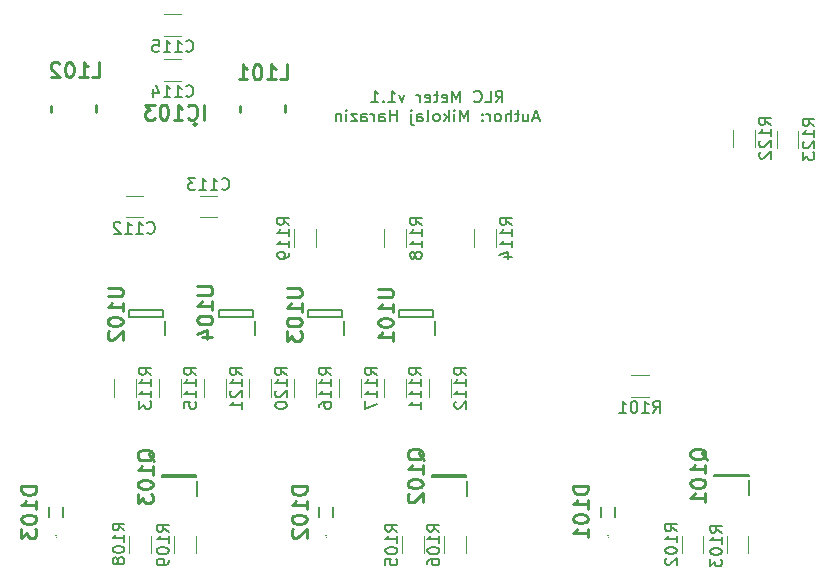
<source format=gbr>
%TF.GenerationSoftware,KiCad,Pcbnew,(6.0.7)*%
%TF.CreationDate,2023-04-19T21:38:57+02:00*%
%TF.ProjectId,rlc_meter,726c635f-6d65-4746-9572-2e6b69636164,rev?*%
%TF.SameCoordinates,Original*%
%TF.FileFunction,Legend,Bot*%
%TF.FilePolarity,Positive*%
%FSLAX46Y46*%
G04 Gerber Fmt 4.6, Leading zero omitted, Abs format (unit mm)*
G04 Created by KiCad (PCBNEW (6.0.7)) date 2023-04-19 21:38:57*
%MOMM*%
%LPD*%
G01*
G04 APERTURE LIST*
%ADD10C,0.150000*%
%ADD11C,0.254000*%
%ADD12C,0.250000*%
%ADD13C,0.100000*%
%ADD14C,0.200000*%
%ADD15C,0.120000*%
G04 APERTURE END LIST*
D10*
X143652380Y-100722380D02*
X143985714Y-100246190D01*
X144223809Y-100722380D02*
X144223809Y-99722380D01*
X143842857Y-99722380D01*
X143747619Y-99770000D01*
X143700000Y-99817619D01*
X143652380Y-99912857D01*
X143652380Y-100055714D01*
X143700000Y-100150952D01*
X143747619Y-100198571D01*
X143842857Y-100246190D01*
X144223809Y-100246190D01*
X142747619Y-100722380D02*
X143223809Y-100722380D01*
X143223809Y-99722380D01*
X141842857Y-100627142D02*
X141890476Y-100674761D01*
X142033333Y-100722380D01*
X142128571Y-100722380D01*
X142271428Y-100674761D01*
X142366666Y-100579523D01*
X142414285Y-100484285D01*
X142461904Y-100293809D01*
X142461904Y-100150952D01*
X142414285Y-99960476D01*
X142366666Y-99865238D01*
X142271428Y-99770000D01*
X142128571Y-99722380D01*
X142033333Y-99722380D01*
X141890476Y-99770000D01*
X141842857Y-99817619D01*
X140652380Y-100722380D02*
X140652380Y-99722380D01*
X140319047Y-100436666D01*
X139985714Y-99722380D01*
X139985714Y-100722380D01*
X139128571Y-100674761D02*
X139223809Y-100722380D01*
X139414285Y-100722380D01*
X139509523Y-100674761D01*
X139557142Y-100579523D01*
X139557142Y-100198571D01*
X139509523Y-100103333D01*
X139414285Y-100055714D01*
X139223809Y-100055714D01*
X139128571Y-100103333D01*
X139080952Y-100198571D01*
X139080952Y-100293809D01*
X139557142Y-100389047D01*
X138795238Y-100055714D02*
X138414285Y-100055714D01*
X138652380Y-99722380D02*
X138652380Y-100579523D01*
X138604761Y-100674761D01*
X138509523Y-100722380D01*
X138414285Y-100722380D01*
X137700000Y-100674761D02*
X137795238Y-100722380D01*
X137985714Y-100722380D01*
X138080952Y-100674761D01*
X138128571Y-100579523D01*
X138128571Y-100198571D01*
X138080952Y-100103333D01*
X137985714Y-100055714D01*
X137795238Y-100055714D01*
X137700000Y-100103333D01*
X137652380Y-100198571D01*
X137652380Y-100293809D01*
X138128571Y-100389047D01*
X137223809Y-100722380D02*
X137223809Y-100055714D01*
X137223809Y-100246190D02*
X137176190Y-100150952D01*
X137128571Y-100103333D01*
X137033333Y-100055714D01*
X136938095Y-100055714D01*
X135938095Y-100055714D02*
X135700000Y-100722380D01*
X135461904Y-100055714D01*
X134557142Y-100722380D02*
X135128571Y-100722380D01*
X134842857Y-100722380D02*
X134842857Y-99722380D01*
X134938095Y-99865238D01*
X135033333Y-99960476D01*
X135128571Y-100008095D01*
X134128571Y-100627142D02*
X134080952Y-100674761D01*
X134128571Y-100722380D01*
X134176190Y-100674761D01*
X134128571Y-100627142D01*
X134128571Y-100722380D01*
X133128571Y-100722380D02*
X133700000Y-100722380D01*
X133414285Y-100722380D02*
X133414285Y-99722380D01*
X133509523Y-99865238D01*
X133604761Y-99960476D01*
X133700000Y-100008095D01*
X147342857Y-102046666D02*
X146866666Y-102046666D01*
X147438095Y-102332380D02*
X147104761Y-101332380D01*
X146771428Y-102332380D01*
X146009523Y-101665714D02*
X146009523Y-102332380D01*
X146438095Y-101665714D02*
X146438095Y-102189523D01*
X146390476Y-102284761D01*
X146295238Y-102332380D01*
X146152380Y-102332380D01*
X146057142Y-102284761D01*
X146009523Y-102237142D01*
X145676190Y-101665714D02*
X145295238Y-101665714D01*
X145533333Y-101332380D02*
X145533333Y-102189523D01*
X145485714Y-102284761D01*
X145390476Y-102332380D01*
X145295238Y-102332380D01*
X144961904Y-102332380D02*
X144961904Y-101332380D01*
X144533333Y-102332380D02*
X144533333Y-101808571D01*
X144580952Y-101713333D01*
X144676190Y-101665714D01*
X144819047Y-101665714D01*
X144914285Y-101713333D01*
X144961904Y-101760952D01*
X143914285Y-102332380D02*
X144009523Y-102284761D01*
X144057142Y-102237142D01*
X144104761Y-102141904D01*
X144104761Y-101856190D01*
X144057142Y-101760952D01*
X144009523Y-101713333D01*
X143914285Y-101665714D01*
X143771428Y-101665714D01*
X143676190Y-101713333D01*
X143628571Y-101760952D01*
X143580952Y-101856190D01*
X143580952Y-102141904D01*
X143628571Y-102237142D01*
X143676190Y-102284761D01*
X143771428Y-102332380D01*
X143914285Y-102332380D01*
X143152380Y-102332380D02*
X143152380Y-101665714D01*
X143152380Y-101856190D02*
X143104761Y-101760952D01*
X143057142Y-101713333D01*
X142961904Y-101665714D01*
X142866666Y-101665714D01*
X142533333Y-102237142D02*
X142485714Y-102284761D01*
X142533333Y-102332380D01*
X142580952Y-102284761D01*
X142533333Y-102237142D01*
X142533333Y-102332380D01*
X142533333Y-101713333D02*
X142485714Y-101760952D01*
X142533333Y-101808571D01*
X142580952Y-101760952D01*
X142533333Y-101713333D01*
X142533333Y-101808571D01*
X141295238Y-102332380D02*
X141295238Y-101332380D01*
X140961904Y-102046666D01*
X140628571Y-101332380D01*
X140628571Y-102332380D01*
X140152380Y-102332380D02*
X140152380Y-101665714D01*
X140152380Y-101332380D02*
X140200000Y-101380000D01*
X140152380Y-101427619D01*
X140104761Y-101380000D01*
X140152380Y-101332380D01*
X140152380Y-101427619D01*
X139676190Y-102332380D02*
X139676190Y-101332380D01*
X139580952Y-101951428D02*
X139295238Y-102332380D01*
X139295238Y-101665714D02*
X139676190Y-102046666D01*
X138723809Y-102332380D02*
X138819047Y-102284761D01*
X138866666Y-102237142D01*
X138914285Y-102141904D01*
X138914285Y-101856190D01*
X138866666Y-101760952D01*
X138819047Y-101713333D01*
X138723809Y-101665714D01*
X138580952Y-101665714D01*
X138485714Y-101713333D01*
X138438095Y-101760952D01*
X138390476Y-101856190D01*
X138390476Y-102141904D01*
X138438095Y-102237142D01*
X138485714Y-102284761D01*
X138580952Y-102332380D01*
X138723809Y-102332380D01*
X137819047Y-102332380D02*
X137914285Y-102284761D01*
X137961904Y-102189523D01*
X137961904Y-101332380D01*
X137009523Y-102332380D02*
X137009523Y-101808571D01*
X137057142Y-101713333D01*
X137152380Y-101665714D01*
X137342857Y-101665714D01*
X137438095Y-101713333D01*
X137009523Y-102284761D02*
X137104761Y-102332380D01*
X137342857Y-102332380D01*
X137438095Y-102284761D01*
X137485714Y-102189523D01*
X137485714Y-102094285D01*
X137438095Y-101999047D01*
X137342857Y-101951428D01*
X137104761Y-101951428D01*
X137009523Y-101903809D01*
X136533333Y-101665714D02*
X136533333Y-102522857D01*
X136580952Y-102618095D01*
X136676190Y-102665714D01*
X136723809Y-102665714D01*
X136533333Y-101332380D02*
X136580952Y-101380000D01*
X136533333Y-101427619D01*
X136485714Y-101380000D01*
X136533333Y-101332380D01*
X136533333Y-101427619D01*
X135295238Y-102332380D02*
X135295238Y-101332380D01*
X135295238Y-101808571D02*
X134723809Y-101808571D01*
X134723809Y-102332380D02*
X134723809Y-101332380D01*
X133819047Y-102332380D02*
X133819047Y-101808571D01*
X133866666Y-101713333D01*
X133961904Y-101665714D01*
X134152380Y-101665714D01*
X134247619Y-101713333D01*
X133819047Y-102284761D02*
X133914285Y-102332380D01*
X134152380Y-102332380D01*
X134247619Y-102284761D01*
X134295238Y-102189523D01*
X134295238Y-102094285D01*
X134247619Y-101999047D01*
X134152380Y-101951428D01*
X133914285Y-101951428D01*
X133819047Y-101903809D01*
X133342857Y-102332380D02*
X133342857Y-101665714D01*
X133342857Y-101856190D02*
X133295238Y-101760952D01*
X133247619Y-101713333D01*
X133152380Y-101665714D01*
X133057142Y-101665714D01*
X132295238Y-102332380D02*
X132295238Y-101808571D01*
X132342857Y-101713333D01*
X132438095Y-101665714D01*
X132628571Y-101665714D01*
X132723809Y-101713333D01*
X132295238Y-102284761D02*
X132390476Y-102332380D01*
X132628571Y-102332380D01*
X132723809Y-102284761D01*
X132771428Y-102189523D01*
X132771428Y-102094285D01*
X132723809Y-101999047D01*
X132628571Y-101951428D01*
X132390476Y-101951428D01*
X132295238Y-101903809D01*
X131914285Y-101665714D02*
X131390476Y-101665714D01*
X131914285Y-102332380D01*
X131390476Y-102332380D01*
X131009523Y-102332380D02*
X131009523Y-101665714D01*
X131009523Y-101332380D02*
X131057142Y-101380000D01*
X131009523Y-101427619D01*
X130961904Y-101380000D01*
X131009523Y-101332380D01*
X131009523Y-101427619D01*
X130533333Y-101665714D02*
X130533333Y-102332380D01*
X130533333Y-101760952D02*
X130485714Y-101713333D01*
X130390476Y-101665714D01*
X130247619Y-101665714D01*
X130152380Y-101713333D01*
X130104761Y-101808571D01*
X130104761Y-102332380D01*
D11*
%TO.C,IC103*%
X118949285Y-102174523D02*
X118949285Y-100904523D01*
X117618809Y-102053571D02*
X117679285Y-102114047D01*
X117860714Y-102174523D01*
X117981666Y-102174523D01*
X118163095Y-102114047D01*
X118284047Y-101993095D01*
X118344523Y-101872142D01*
X118405000Y-101630238D01*
X118405000Y-101448809D01*
X118344523Y-101206904D01*
X118284047Y-101085952D01*
X118163095Y-100965000D01*
X117981666Y-100904523D01*
X117860714Y-100904523D01*
X117679285Y-100965000D01*
X117618809Y-101025476D01*
X116409285Y-102174523D02*
X117135000Y-102174523D01*
X116772142Y-102174523D02*
X116772142Y-100904523D01*
X116893095Y-101085952D01*
X117014047Y-101206904D01*
X117135000Y-101267380D01*
X115623095Y-100904523D02*
X115502142Y-100904523D01*
X115381190Y-100965000D01*
X115320714Y-101025476D01*
X115260238Y-101146428D01*
X115199761Y-101388333D01*
X115199761Y-101690714D01*
X115260238Y-101932619D01*
X115320714Y-102053571D01*
X115381190Y-102114047D01*
X115502142Y-102174523D01*
X115623095Y-102174523D01*
X115744047Y-102114047D01*
X115804523Y-102053571D01*
X115865000Y-101932619D01*
X115925476Y-101690714D01*
X115925476Y-101388333D01*
X115865000Y-101146428D01*
X115804523Y-101025476D01*
X115744047Y-100965000D01*
X115623095Y-100904523D01*
X114776428Y-100904523D02*
X113990238Y-100904523D01*
X114413571Y-101388333D01*
X114232142Y-101388333D01*
X114111190Y-101448809D01*
X114050714Y-101509285D01*
X113990238Y-101630238D01*
X113990238Y-101932619D01*
X114050714Y-102053571D01*
X114111190Y-102114047D01*
X114232142Y-102174523D01*
X114595000Y-102174523D01*
X114715952Y-102114047D01*
X114776428Y-102053571D01*
%TO.C,D103*%
X104774523Y-133235095D02*
X103504523Y-133235095D01*
X103504523Y-133537476D01*
X103565000Y-133718904D01*
X103685952Y-133839857D01*
X103806904Y-133900333D01*
X104048809Y-133960809D01*
X104230238Y-133960809D01*
X104472142Y-133900333D01*
X104593095Y-133839857D01*
X104714047Y-133718904D01*
X104774523Y-133537476D01*
X104774523Y-133235095D01*
X104774523Y-135170333D02*
X104774523Y-134444619D01*
X104774523Y-134807476D02*
X103504523Y-134807476D01*
X103685952Y-134686523D01*
X103806904Y-134565571D01*
X103867380Y-134444619D01*
X103504523Y-135956523D02*
X103504523Y-136077476D01*
X103565000Y-136198428D01*
X103625476Y-136258904D01*
X103746428Y-136319380D01*
X103988333Y-136379857D01*
X104290714Y-136379857D01*
X104532619Y-136319380D01*
X104653571Y-136258904D01*
X104714047Y-136198428D01*
X104774523Y-136077476D01*
X104774523Y-135956523D01*
X104714047Y-135835571D01*
X104653571Y-135775095D01*
X104532619Y-135714619D01*
X104290714Y-135654142D01*
X103988333Y-135654142D01*
X103746428Y-135714619D01*
X103625476Y-135775095D01*
X103565000Y-135835571D01*
X103504523Y-135956523D01*
X103504523Y-136803190D02*
X103504523Y-137589380D01*
X103988333Y-137166047D01*
X103988333Y-137347476D01*
X104048809Y-137468428D01*
X104109285Y-137528904D01*
X104230238Y-137589380D01*
X104532619Y-137589380D01*
X104653571Y-137528904D01*
X104714047Y-137468428D01*
X104774523Y-137347476D01*
X104774523Y-136984619D01*
X104714047Y-136863666D01*
X104653571Y-136803190D01*
%TO.C,D102*%
X127649523Y-133235095D02*
X126379523Y-133235095D01*
X126379523Y-133537476D01*
X126440000Y-133718904D01*
X126560952Y-133839857D01*
X126681904Y-133900333D01*
X126923809Y-133960809D01*
X127105238Y-133960809D01*
X127347142Y-133900333D01*
X127468095Y-133839857D01*
X127589047Y-133718904D01*
X127649523Y-133537476D01*
X127649523Y-133235095D01*
X127649523Y-135170333D02*
X127649523Y-134444619D01*
X127649523Y-134807476D02*
X126379523Y-134807476D01*
X126560952Y-134686523D01*
X126681904Y-134565571D01*
X126742380Y-134444619D01*
X126379523Y-135956523D02*
X126379523Y-136077476D01*
X126440000Y-136198428D01*
X126500476Y-136258904D01*
X126621428Y-136319380D01*
X126863333Y-136379857D01*
X127165714Y-136379857D01*
X127407619Y-136319380D01*
X127528571Y-136258904D01*
X127589047Y-136198428D01*
X127649523Y-136077476D01*
X127649523Y-135956523D01*
X127589047Y-135835571D01*
X127528571Y-135775095D01*
X127407619Y-135714619D01*
X127165714Y-135654142D01*
X126863333Y-135654142D01*
X126621428Y-135714619D01*
X126500476Y-135775095D01*
X126440000Y-135835571D01*
X126379523Y-135956523D01*
X126500476Y-136863666D02*
X126440000Y-136924142D01*
X126379523Y-137045095D01*
X126379523Y-137347476D01*
X126440000Y-137468428D01*
X126500476Y-137528904D01*
X126621428Y-137589380D01*
X126742380Y-137589380D01*
X126923809Y-137528904D01*
X127649523Y-136803190D01*
X127649523Y-137589380D01*
%TO.C,D101*%
X151474523Y-133178095D02*
X150204523Y-133178095D01*
X150204523Y-133480476D01*
X150265000Y-133661904D01*
X150385952Y-133782857D01*
X150506904Y-133843333D01*
X150748809Y-133903809D01*
X150930238Y-133903809D01*
X151172142Y-133843333D01*
X151293095Y-133782857D01*
X151414047Y-133661904D01*
X151474523Y-133480476D01*
X151474523Y-133178095D01*
X151474523Y-135113333D02*
X151474523Y-134387619D01*
X151474523Y-134750476D02*
X150204523Y-134750476D01*
X150385952Y-134629523D01*
X150506904Y-134508571D01*
X150567380Y-134387619D01*
X150204523Y-135899523D02*
X150204523Y-136020476D01*
X150265000Y-136141428D01*
X150325476Y-136201904D01*
X150446428Y-136262380D01*
X150688333Y-136322857D01*
X150990714Y-136322857D01*
X151232619Y-136262380D01*
X151353571Y-136201904D01*
X151414047Y-136141428D01*
X151474523Y-136020476D01*
X151474523Y-135899523D01*
X151414047Y-135778571D01*
X151353571Y-135718095D01*
X151232619Y-135657619D01*
X150990714Y-135597142D01*
X150688333Y-135597142D01*
X150446428Y-135657619D01*
X150325476Y-135718095D01*
X150265000Y-135778571D01*
X150204523Y-135899523D01*
X151474523Y-137532380D02*
X151474523Y-136806666D01*
X151474523Y-137169523D02*
X150204523Y-137169523D01*
X150385952Y-137048571D01*
X150506904Y-136927619D01*
X150567380Y-136806666D01*
D10*
%TO.C,R120*%
X125973880Y-123783952D02*
X125497690Y-123450619D01*
X125973880Y-123212523D02*
X124973880Y-123212523D01*
X124973880Y-123593476D01*
X125021500Y-123688714D01*
X125069119Y-123736333D01*
X125164357Y-123783952D01*
X125307214Y-123783952D01*
X125402452Y-123736333D01*
X125450071Y-123688714D01*
X125497690Y-123593476D01*
X125497690Y-123212523D01*
X125973880Y-124736333D02*
X125973880Y-124164904D01*
X125973880Y-124450619D02*
X124973880Y-124450619D01*
X125116738Y-124355380D01*
X125211976Y-124260142D01*
X125259595Y-124164904D01*
X125069119Y-125117285D02*
X125021500Y-125164904D01*
X124973880Y-125260142D01*
X124973880Y-125498238D01*
X125021500Y-125593476D01*
X125069119Y-125641095D01*
X125164357Y-125688714D01*
X125259595Y-125688714D01*
X125402452Y-125641095D01*
X125973880Y-125069666D01*
X125973880Y-125688714D01*
X124973880Y-126307761D02*
X124973880Y-126403000D01*
X125021500Y-126498238D01*
X125069119Y-126545857D01*
X125164357Y-126593476D01*
X125354833Y-126641095D01*
X125592928Y-126641095D01*
X125783404Y-126593476D01*
X125878642Y-126545857D01*
X125926261Y-126498238D01*
X125973880Y-126403000D01*
X125973880Y-126307761D01*
X125926261Y-126212523D01*
X125878642Y-126164904D01*
X125783404Y-126117285D01*
X125592928Y-126069666D01*
X125354833Y-126069666D01*
X125164357Y-126117285D01*
X125069119Y-126164904D01*
X125021500Y-126212523D01*
X124973880Y-126307761D01*
%TO.C,R102*%
X159009380Y-137022952D02*
X158533190Y-136689619D01*
X159009380Y-136451523D02*
X158009380Y-136451523D01*
X158009380Y-136832476D01*
X158057000Y-136927714D01*
X158104619Y-136975333D01*
X158199857Y-137022952D01*
X158342714Y-137022952D01*
X158437952Y-136975333D01*
X158485571Y-136927714D01*
X158533190Y-136832476D01*
X158533190Y-136451523D01*
X159009380Y-137975333D02*
X159009380Y-137403904D01*
X159009380Y-137689619D02*
X158009380Y-137689619D01*
X158152238Y-137594380D01*
X158247476Y-137499142D01*
X158295095Y-137403904D01*
X158009380Y-138594380D02*
X158009380Y-138689619D01*
X158057000Y-138784857D01*
X158104619Y-138832476D01*
X158199857Y-138880095D01*
X158390333Y-138927714D01*
X158628428Y-138927714D01*
X158818904Y-138880095D01*
X158914142Y-138832476D01*
X158961761Y-138784857D01*
X159009380Y-138689619D01*
X159009380Y-138594380D01*
X158961761Y-138499142D01*
X158914142Y-138451523D01*
X158818904Y-138403904D01*
X158628428Y-138356285D01*
X158390333Y-138356285D01*
X158199857Y-138403904D01*
X158104619Y-138451523D01*
X158057000Y-138499142D01*
X158009380Y-138594380D01*
X158104619Y-139308666D02*
X158057000Y-139356285D01*
X158009380Y-139451523D01*
X158009380Y-139689619D01*
X158057000Y-139784857D01*
X158104619Y-139832476D01*
X158199857Y-139880095D01*
X158295095Y-139880095D01*
X158437952Y-139832476D01*
X159009380Y-139261047D01*
X159009380Y-139880095D01*
%TO.C,R117*%
X133593880Y-123783952D02*
X133117690Y-123450619D01*
X133593880Y-123212523D02*
X132593880Y-123212523D01*
X132593880Y-123593476D01*
X132641500Y-123688714D01*
X132689119Y-123736333D01*
X132784357Y-123783952D01*
X132927214Y-123783952D01*
X133022452Y-123736333D01*
X133070071Y-123688714D01*
X133117690Y-123593476D01*
X133117690Y-123212523D01*
X133593880Y-124736333D02*
X133593880Y-124164904D01*
X133593880Y-124450619D02*
X132593880Y-124450619D01*
X132736738Y-124355380D01*
X132831976Y-124260142D01*
X132879595Y-124164904D01*
X133593880Y-125688714D02*
X133593880Y-125117285D01*
X133593880Y-125403000D02*
X132593880Y-125403000D01*
X132736738Y-125307761D01*
X132831976Y-125212523D01*
X132879595Y-125117285D01*
X132593880Y-126022047D02*
X132593880Y-126688714D01*
X133593880Y-126260142D01*
%TO.C,C113*%
X120469047Y-108032142D02*
X120516666Y-108079761D01*
X120659523Y-108127380D01*
X120754761Y-108127380D01*
X120897619Y-108079761D01*
X120992857Y-107984523D01*
X121040476Y-107889285D01*
X121088095Y-107698809D01*
X121088095Y-107555952D01*
X121040476Y-107365476D01*
X120992857Y-107270238D01*
X120897619Y-107175000D01*
X120754761Y-107127380D01*
X120659523Y-107127380D01*
X120516666Y-107175000D01*
X120469047Y-107222619D01*
X119516666Y-108127380D02*
X120088095Y-108127380D01*
X119802380Y-108127380D02*
X119802380Y-107127380D01*
X119897619Y-107270238D01*
X119992857Y-107365476D01*
X120088095Y-107413095D01*
X118564285Y-108127380D02*
X119135714Y-108127380D01*
X118850000Y-108127380D02*
X118850000Y-107127380D01*
X118945238Y-107270238D01*
X119040476Y-107365476D01*
X119135714Y-107413095D01*
X118230952Y-107127380D02*
X117611904Y-107127380D01*
X117945238Y-107508333D01*
X117802380Y-107508333D01*
X117707142Y-107555952D01*
X117659523Y-107603571D01*
X117611904Y-107698809D01*
X117611904Y-107936904D01*
X117659523Y-108032142D01*
X117707142Y-108079761D01*
X117802380Y-108127380D01*
X118088095Y-108127380D01*
X118183333Y-108079761D01*
X118230952Y-108032142D01*
%TO.C,C114*%
X117451047Y-100164142D02*
X117498666Y-100211761D01*
X117641523Y-100259380D01*
X117736761Y-100259380D01*
X117879619Y-100211761D01*
X117974857Y-100116523D01*
X118022476Y-100021285D01*
X118070095Y-99830809D01*
X118070095Y-99687952D01*
X118022476Y-99497476D01*
X117974857Y-99402238D01*
X117879619Y-99307000D01*
X117736761Y-99259380D01*
X117641523Y-99259380D01*
X117498666Y-99307000D01*
X117451047Y-99354619D01*
X116498666Y-100259380D02*
X117070095Y-100259380D01*
X116784380Y-100259380D02*
X116784380Y-99259380D01*
X116879619Y-99402238D01*
X116974857Y-99497476D01*
X117070095Y-99545095D01*
X115546285Y-100259380D02*
X116117714Y-100259380D01*
X115832000Y-100259380D02*
X115832000Y-99259380D01*
X115927238Y-99402238D01*
X116022476Y-99497476D01*
X116117714Y-99545095D01*
X114689142Y-99592714D02*
X114689142Y-100259380D01*
X114927238Y-99211761D02*
X115165333Y-99926047D01*
X114546285Y-99926047D01*
%TO.C,R103*%
X162819380Y-137132952D02*
X162343190Y-136799619D01*
X162819380Y-136561523D02*
X161819380Y-136561523D01*
X161819380Y-136942476D01*
X161867000Y-137037714D01*
X161914619Y-137085333D01*
X162009857Y-137132952D01*
X162152714Y-137132952D01*
X162247952Y-137085333D01*
X162295571Y-137037714D01*
X162343190Y-136942476D01*
X162343190Y-136561523D01*
X162819380Y-138085333D02*
X162819380Y-137513904D01*
X162819380Y-137799619D02*
X161819380Y-137799619D01*
X161962238Y-137704380D01*
X162057476Y-137609142D01*
X162105095Y-137513904D01*
X161819380Y-138704380D02*
X161819380Y-138799619D01*
X161867000Y-138894857D01*
X161914619Y-138942476D01*
X162009857Y-138990095D01*
X162200333Y-139037714D01*
X162438428Y-139037714D01*
X162628904Y-138990095D01*
X162724142Y-138942476D01*
X162771761Y-138894857D01*
X162819380Y-138799619D01*
X162819380Y-138704380D01*
X162771761Y-138609142D01*
X162724142Y-138561523D01*
X162628904Y-138513904D01*
X162438428Y-138466285D01*
X162200333Y-138466285D01*
X162009857Y-138513904D01*
X161914619Y-138561523D01*
X161867000Y-138609142D01*
X161819380Y-138704380D01*
X161819380Y-139371047D02*
X161819380Y-139990095D01*
X162200333Y-139656761D01*
X162200333Y-139799619D01*
X162247952Y-139894857D01*
X162295571Y-139942476D01*
X162390809Y-139990095D01*
X162628904Y-139990095D01*
X162724142Y-139942476D01*
X162771761Y-139894857D01*
X162819380Y-139799619D01*
X162819380Y-139513904D01*
X162771761Y-139418666D01*
X162724142Y-139371047D01*
%TO.C,R111*%
X137361880Y-123783952D02*
X136885690Y-123450619D01*
X137361880Y-123212523D02*
X136361880Y-123212523D01*
X136361880Y-123593476D01*
X136409500Y-123688714D01*
X136457119Y-123736333D01*
X136552357Y-123783952D01*
X136695214Y-123783952D01*
X136790452Y-123736333D01*
X136838071Y-123688714D01*
X136885690Y-123593476D01*
X136885690Y-123212523D01*
X137361880Y-124736333D02*
X137361880Y-124164904D01*
X137361880Y-124450619D02*
X136361880Y-124450619D01*
X136504738Y-124355380D01*
X136599976Y-124260142D01*
X136647595Y-124164904D01*
X137361880Y-125688714D02*
X137361880Y-125117285D01*
X137361880Y-125403000D02*
X136361880Y-125403000D01*
X136504738Y-125307761D01*
X136599976Y-125212523D01*
X136647595Y-125117285D01*
X137361880Y-126641095D02*
X137361880Y-126069666D01*
X137361880Y-126355380D02*
X136361880Y-126355380D01*
X136504738Y-126260142D01*
X136599976Y-126164904D01*
X136647595Y-126069666D01*
%TO.C,C115*%
X117451047Y-96354142D02*
X117498666Y-96401761D01*
X117641523Y-96449380D01*
X117736761Y-96449380D01*
X117879619Y-96401761D01*
X117974857Y-96306523D01*
X118022476Y-96211285D01*
X118070095Y-96020809D01*
X118070095Y-95877952D01*
X118022476Y-95687476D01*
X117974857Y-95592238D01*
X117879619Y-95497000D01*
X117736761Y-95449380D01*
X117641523Y-95449380D01*
X117498666Y-95497000D01*
X117451047Y-95544619D01*
X116498666Y-96449380D02*
X117070095Y-96449380D01*
X116784380Y-96449380D02*
X116784380Y-95449380D01*
X116879619Y-95592238D01*
X116974857Y-95687476D01*
X117070095Y-95735095D01*
X115546285Y-96449380D02*
X116117714Y-96449380D01*
X115832000Y-96449380D02*
X115832000Y-95449380D01*
X115927238Y-95592238D01*
X116022476Y-95687476D01*
X116117714Y-95735095D01*
X114641523Y-95449380D02*
X115117714Y-95449380D01*
X115165333Y-95925571D01*
X115117714Y-95877952D01*
X115022476Y-95830333D01*
X114784380Y-95830333D01*
X114689142Y-95877952D01*
X114641523Y-95925571D01*
X114593904Y-96020809D01*
X114593904Y-96258904D01*
X114641523Y-96354142D01*
X114689142Y-96401761D01*
X114784380Y-96449380D01*
X115022476Y-96449380D01*
X115117714Y-96401761D01*
X115165333Y-96354142D01*
D11*
%TO.C,Q101*%
X161538476Y-130969523D02*
X161478000Y-130848571D01*
X161357047Y-130727619D01*
X161175619Y-130546190D01*
X161115142Y-130425238D01*
X161115142Y-130304285D01*
X161417523Y-130364761D02*
X161357047Y-130243809D01*
X161236095Y-130122857D01*
X160994190Y-130062380D01*
X160570857Y-130062380D01*
X160328952Y-130122857D01*
X160208000Y-130243809D01*
X160147523Y-130364761D01*
X160147523Y-130606666D01*
X160208000Y-130727619D01*
X160328952Y-130848571D01*
X160570857Y-130909047D01*
X160994190Y-130909047D01*
X161236095Y-130848571D01*
X161357047Y-130727619D01*
X161417523Y-130606666D01*
X161417523Y-130364761D01*
X161417523Y-132118571D02*
X161417523Y-131392857D01*
X161417523Y-131755714D02*
X160147523Y-131755714D01*
X160328952Y-131634761D01*
X160449904Y-131513809D01*
X160510380Y-131392857D01*
X160147523Y-132904761D02*
X160147523Y-133025714D01*
X160208000Y-133146666D01*
X160268476Y-133207142D01*
X160389428Y-133267619D01*
X160631333Y-133328095D01*
X160933714Y-133328095D01*
X161175619Y-133267619D01*
X161296571Y-133207142D01*
X161357047Y-133146666D01*
X161417523Y-133025714D01*
X161417523Y-132904761D01*
X161357047Y-132783809D01*
X161296571Y-132723333D01*
X161175619Y-132662857D01*
X160933714Y-132602380D01*
X160631333Y-132602380D01*
X160389428Y-132662857D01*
X160268476Y-132723333D01*
X160208000Y-132783809D01*
X160147523Y-132904761D01*
X161417523Y-134537619D02*
X161417523Y-133811904D01*
X161417523Y-134174761D02*
X160147523Y-134174761D01*
X160328952Y-134053809D01*
X160449904Y-133932857D01*
X160510380Y-133811904D01*
D10*
%TO.C,R118*%
X137403880Y-111083952D02*
X136927690Y-110750619D01*
X137403880Y-110512523D02*
X136403880Y-110512523D01*
X136403880Y-110893476D01*
X136451500Y-110988714D01*
X136499119Y-111036333D01*
X136594357Y-111083952D01*
X136737214Y-111083952D01*
X136832452Y-111036333D01*
X136880071Y-110988714D01*
X136927690Y-110893476D01*
X136927690Y-110512523D01*
X137403880Y-112036333D02*
X137403880Y-111464904D01*
X137403880Y-111750619D02*
X136403880Y-111750619D01*
X136546738Y-111655380D01*
X136641976Y-111560142D01*
X136689595Y-111464904D01*
X137403880Y-112988714D02*
X137403880Y-112417285D01*
X137403880Y-112703000D02*
X136403880Y-112703000D01*
X136546738Y-112607761D01*
X136641976Y-112512523D01*
X136689595Y-112417285D01*
X136832452Y-113560142D02*
X136784833Y-113464904D01*
X136737214Y-113417285D01*
X136641976Y-113369666D01*
X136594357Y-113369666D01*
X136499119Y-113417285D01*
X136451500Y-113464904D01*
X136403880Y-113560142D01*
X136403880Y-113750619D01*
X136451500Y-113845857D01*
X136499119Y-113893476D01*
X136594357Y-113941095D01*
X136641976Y-113941095D01*
X136737214Y-113893476D01*
X136784833Y-113845857D01*
X136832452Y-113750619D01*
X136832452Y-113560142D01*
X136880071Y-113464904D01*
X136927690Y-113417285D01*
X137022928Y-113369666D01*
X137213404Y-113369666D01*
X137308642Y-113417285D01*
X137356261Y-113464904D01*
X137403880Y-113560142D01*
X137403880Y-113750619D01*
X137356261Y-113845857D01*
X137308642Y-113893476D01*
X137213404Y-113941095D01*
X137022928Y-113941095D01*
X136927690Y-113893476D01*
X136880071Y-113845857D01*
X136832452Y-113750619D01*
%TO.C,R114*%
X145023880Y-111083952D02*
X144547690Y-110750619D01*
X145023880Y-110512523D02*
X144023880Y-110512523D01*
X144023880Y-110893476D01*
X144071500Y-110988714D01*
X144119119Y-111036333D01*
X144214357Y-111083952D01*
X144357214Y-111083952D01*
X144452452Y-111036333D01*
X144500071Y-110988714D01*
X144547690Y-110893476D01*
X144547690Y-110512523D01*
X145023880Y-112036333D02*
X145023880Y-111464904D01*
X145023880Y-111750619D02*
X144023880Y-111750619D01*
X144166738Y-111655380D01*
X144261976Y-111560142D01*
X144309595Y-111464904D01*
X145023880Y-112988714D02*
X145023880Y-112417285D01*
X145023880Y-112703000D02*
X144023880Y-112703000D01*
X144166738Y-112607761D01*
X144261976Y-112512523D01*
X144309595Y-112417285D01*
X144357214Y-113845857D02*
X145023880Y-113845857D01*
X143976261Y-113607761D02*
X144690547Y-113369666D01*
X144690547Y-113988714D01*
%TO.C,R106*%
X138882380Y-137056952D02*
X138406190Y-136723619D01*
X138882380Y-136485523D02*
X137882380Y-136485523D01*
X137882380Y-136866476D01*
X137930000Y-136961714D01*
X137977619Y-137009333D01*
X138072857Y-137056952D01*
X138215714Y-137056952D01*
X138310952Y-137009333D01*
X138358571Y-136961714D01*
X138406190Y-136866476D01*
X138406190Y-136485523D01*
X138882380Y-138009333D02*
X138882380Y-137437904D01*
X138882380Y-137723619D02*
X137882380Y-137723619D01*
X138025238Y-137628380D01*
X138120476Y-137533142D01*
X138168095Y-137437904D01*
X137882380Y-138628380D02*
X137882380Y-138723619D01*
X137930000Y-138818857D01*
X137977619Y-138866476D01*
X138072857Y-138914095D01*
X138263333Y-138961714D01*
X138501428Y-138961714D01*
X138691904Y-138914095D01*
X138787142Y-138866476D01*
X138834761Y-138818857D01*
X138882380Y-138723619D01*
X138882380Y-138628380D01*
X138834761Y-138533142D01*
X138787142Y-138485523D01*
X138691904Y-138437904D01*
X138501428Y-138390285D01*
X138263333Y-138390285D01*
X138072857Y-138437904D01*
X137977619Y-138485523D01*
X137930000Y-138533142D01*
X137882380Y-138628380D01*
X137882380Y-139818857D02*
X137882380Y-139628380D01*
X137930000Y-139533142D01*
X137977619Y-139485523D01*
X138120476Y-139390285D01*
X138310952Y-139342666D01*
X138691904Y-139342666D01*
X138787142Y-139390285D01*
X138834761Y-139437904D01*
X138882380Y-139533142D01*
X138882380Y-139723619D01*
X138834761Y-139818857D01*
X138787142Y-139866476D01*
X138691904Y-139914095D01*
X138453809Y-139914095D01*
X138358571Y-139866476D01*
X138310952Y-139818857D01*
X138263333Y-139723619D01*
X138263333Y-139533142D01*
X138310952Y-139437904D01*
X138358571Y-139390285D01*
X138453809Y-139342666D01*
%TO.C,R123*%
X170647380Y-102705952D02*
X170171190Y-102372619D01*
X170647380Y-102134523D02*
X169647380Y-102134523D01*
X169647380Y-102515476D01*
X169695000Y-102610714D01*
X169742619Y-102658333D01*
X169837857Y-102705952D01*
X169980714Y-102705952D01*
X170075952Y-102658333D01*
X170123571Y-102610714D01*
X170171190Y-102515476D01*
X170171190Y-102134523D01*
X170647380Y-103658333D02*
X170647380Y-103086904D01*
X170647380Y-103372619D02*
X169647380Y-103372619D01*
X169790238Y-103277380D01*
X169885476Y-103182142D01*
X169933095Y-103086904D01*
X169742619Y-104039285D02*
X169695000Y-104086904D01*
X169647380Y-104182142D01*
X169647380Y-104420238D01*
X169695000Y-104515476D01*
X169742619Y-104563095D01*
X169837857Y-104610714D01*
X169933095Y-104610714D01*
X170075952Y-104563095D01*
X170647380Y-103991666D01*
X170647380Y-104610714D01*
X169647380Y-104944047D02*
X169647380Y-105563095D01*
X170028333Y-105229761D01*
X170028333Y-105372619D01*
X170075952Y-105467857D01*
X170123571Y-105515476D01*
X170218809Y-105563095D01*
X170456904Y-105563095D01*
X170552142Y-105515476D01*
X170599761Y-105467857D01*
X170647380Y-105372619D01*
X170647380Y-105086904D01*
X170599761Y-104991666D01*
X170552142Y-104944047D01*
%TO.C,R108*%
X112227380Y-136955952D02*
X111751190Y-136622619D01*
X112227380Y-136384523D02*
X111227380Y-136384523D01*
X111227380Y-136765476D01*
X111275000Y-136860714D01*
X111322619Y-136908333D01*
X111417857Y-136955952D01*
X111560714Y-136955952D01*
X111655952Y-136908333D01*
X111703571Y-136860714D01*
X111751190Y-136765476D01*
X111751190Y-136384523D01*
X112227380Y-137908333D02*
X112227380Y-137336904D01*
X112227380Y-137622619D02*
X111227380Y-137622619D01*
X111370238Y-137527380D01*
X111465476Y-137432142D01*
X111513095Y-137336904D01*
X111227380Y-138527380D02*
X111227380Y-138622619D01*
X111275000Y-138717857D01*
X111322619Y-138765476D01*
X111417857Y-138813095D01*
X111608333Y-138860714D01*
X111846428Y-138860714D01*
X112036904Y-138813095D01*
X112132142Y-138765476D01*
X112179761Y-138717857D01*
X112227380Y-138622619D01*
X112227380Y-138527380D01*
X112179761Y-138432142D01*
X112132142Y-138384523D01*
X112036904Y-138336904D01*
X111846428Y-138289285D01*
X111608333Y-138289285D01*
X111417857Y-138336904D01*
X111322619Y-138384523D01*
X111275000Y-138432142D01*
X111227380Y-138527380D01*
X111655952Y-139432142D02*
X111608333Y-139336904D01*
X111560714Y-139289285D01*
X111465476Y-139241666D01*
X111417857Y-139241666D01*
X111322619Y-139289285D01*
X111275000Y-139336904D01*
X111227380Y-139432142D01*
X111227380Y-139622619D01*
X111275000Y-139717857D01*
X111322619Y-139765476D01*
X111417857Y-139813095D01*
X111465476Y-139813095D01*
X111560714Y-139765476D01*
X111608333Y-139717857D01*
X111655952Y-139622619D01*
X111655952Y-139432142D01*
X111703571Y-139336904D01*
X111751190Y-139289285D01*
X111846428Y-139241666D01*
X112036904Y-139241666D01*
X112132142Y-139289285D01*
X112179761Y-139336904D01*
X112227380Y-139432142D01*
X112227380Y-139622619D01*
X112179761Y-139717857D01*
X112132142Y-139765476D01*
X112036904Y-139813095D01*
X111846428Y-139813095D01*
X111751190Y-139765476D01*
X111703571Y-139717857D01*
X111655952Y-139622619D01*
%TO.C,R101*%
X156994047Y-126997380D02*
X157327380Y-126521190D01*
X157565476Y-126997380D02*
X157565476Y-125997380D01*
X157184523Y-125997380D01*
X157089285Y-126045000D01*
X157041666Y-126092619D01*
X156994047Y-126187857D01*
X156994047Y-126330714D01*
X157041666Y-126425952D01*
X157089285Y-126473571D01*
X157184523Y-126521190D01*
X157565476Y-126521190D01*
X156041666Y-126997380D02*
X156613095Y-126997380D01*
X156327380Y-126997380D02*
X156327380Y-125997380D01*
X156422619Y-126140238D01*
X156517857Y-126235476D01*
X156613095Y-126283095D01*
X155422619Y-125997380D02*
X155327380Y-125997380D01*
X155232142Y-126045000D01*
X155184523Y-126092619D01*
X155136904Y-126187857D01*
X155089285Y-126378333D01*
X155089285Y-126616428D01*
X155136904Y-126806904D01*
X155184523Y-126902142D01*
X155232142Y-126949761D01*
X155327380Y-126997380D01*
X155422619Y-126997380D01*
X155517857Y-126949761D01*
X155565476Y-126902142D01*
X155613095Y-126806904D01*
X155660714Y-126616428D01*
X155660714Y-126378333D01*
X155613095Y-126187857D01*
X155565476Y-126092619D01*
X155517857Y-126045000D01*
X155422619Y-125997380D01*
X154136904Y-126997380D02*
X154708333Y-126997380D01*
X154422619Y-126997380D02*
X154422619Y-125997380D01*
X154517857Y-126140238D01*
X154613095Y-126235476D01*
X154708333Y-126283095D01*
%TO.C,R121*%
X122163880Y-123783952D02*
X121687690Y-123450619D01*
X122163880Y-123212523D02*
X121163880Y-123212523D01*
X121163880Y-123593476D01*
X121211500Y-123688714D01*
X121259119Y-123736333D01*
X121354357Y-123783952D01*
X121497214Y-123783952D01*
X121592452Y-123736333D01*
X121640071Y-123688714D01*
X121687690Y-123593476D01*
X121687690Y-123212523D01*
X122163880Y-124736333D02*
X122163880Y-124164904D01*
X122163880Y-124450619D02*
X121163880Y-124450619D01*
X121306738Y-124355380D01*
X121401976Y-124260142D01*
X121449595Y-124164904D01*
X121259119Y-125117285D02*
X121211500Y-125164904D01*
X121163880Y-125260142D01*
X121163880Y-125498238D01*
X121211500Y-125593476D01*
X121259119Y-125641095D01*
X121354357Y-125688714D01*
X121449595Y-125688714D01*
X121592452Y-125641095D01*
X122163880Y-125069666D01*
X122163880Y-125688714D01*
X122163880Y-126641095D02*
X122163880Y-126069666D01*
X122163880Y-126355380D02*
X121163880Y-126355380D01*
X121306738Y-126260142D01*
X121401976Y-126164904D01*
X121449595Y-126069666D01*
%TO.C,R109*%
X115980380Y-137056952D02*
X115504190Y-136723619D01*
X115980380Y-136485523D02*
X114980380Y-136485523D01*
X114980380Y-136866476D01*
X115028000Y-136961714D01*
X115075619Y-137009333D01*
X115170857Y-137056952D01*
X115313714Y-137056952D01*
X115408952Y-137009333D01*
X115456571Y-136961714D01*
X115504190Y-136866476D01*
X115504190Y-136485523D01*
X115980380Y-138009333D02*
X115980380Y-137437904D01*
X115980380Y-137723619D02*
X114980380Y-137723619D01*
X115123238Y-137628380D01*
X115218476Y-137533142D01*
X115266095Y-137437904D01*
X114980380Y-138628380D02*
X114980380Y-138723619D01*
X115028000Y-138818857D01*
X115075619Y-138866476D01*
X115170857Y-138914095D01*
X115361333Y-138961714D01*
X115599428Y-138961714D01*
X115789904Y-138914095D01*
X115885142Y-138866476D01*
X115932761Y-138818857D01*
X115980380Y-138723619D01*
X115980380Y-138628380D01*
X115932761Y-138533142D01*
X115885142Y-138485523D01*
X115789904Y-138437904D01*
X115599428Y-138390285D01*
X115361333Y-138390285D01*
X115170857Y-138437904D01*
X115075619Y-138485523D01*
X115028000Y-138533142D01*
X114980380Y-138628380D01*
X115980380Y-139437904D02*
X115980380Y-139628380D01*
X115932761Y-139723619D01*
X115885142Y-139771238D01*
X115742285Y-139866476D01*
X115551809Y-139914095D01*
X115170857Y-139914095D01*
X115075619Y-139866476D01*
X115028000Y-139818857D01*
X114980380Y-139723619D01*
X114980380Y-139533142D01*
X115028000Y-139437904D01*
X115075619Y-139390285D01*
X115170857Y-139342666D01*
X115408952Y-139342666D01*
X115504190Y-139390285D01*
X115551809Y-139437904D01*
X115599428Y-139533142D01*
X115599428Y-139723619D01*
X115551809Y-139818857D01*
X115504190Y-139866476D01*
X115408952Y-139914095D01*
D11*
%TO.C,Q102*%
X137601476Y-131003523D02*
X137541000Y-130882571D01*
X137420047Y-130761619D01*
X137238619Y-130580190D01*
X137178142Y-130459238D01*
X137178142Y-130338285D01*
X137480523Y-130398761D02*
X137420047Y-130277809D01*
X137299095Y-130156857D01*
X137057190Y-130096380D01*
X136633857Y-130096380D01*
X136391952Y-130156857D01*
X136271000Y-130277809D01*
X136210523Y-130398761D01*
X136210523Y-130640666D01*
X136271000Y-130761619D01*
X136391952Y-130882571D01*
X136633857Y-130943047D01*
X137057190Y-130943047D01*
X137299095Y-130882571D01*
X137420047Y-130761619D01*
X137480523Y-130640666D01*
X137480523Y-130398761D01*
X137480523Y-132152571D02*
X137480523Y-131426857D01*
X137480523Y-131789714D02*
X136210523Y-131789714D01*
X136391952Y-131668761D01*
X136512904Y-131547809D01*
X136573380Y-131426857D01*
X136210523Y-132938761D02*
X136210523Y-133059714D01*
X136271000Y-133180666D01*
X136331476Y-133241142D01*
X136452428Y-133301619D01*
X136694333Y-133362095D01*
X136996714Y-133362095D01*
X137238619Y-133301619D01*
X137359571Y-133241142D01*
X137420047Y-133180666D01*
X137480523Y-133059714D01*
X137480523Y-132938761D01*
X137420047Y-132817809D01*
X137359571Y-132757333D01*
X137238619Y-132696857D01*
X136996714Y-132636380D01*
X136694333Y-132636380D01*
X136452428Y-132696857D01*
X136331476Y-132757333D01*
X136271000Y-132817809D01*
X136210523Y-132938761D01*
X136331476Y-133845904D02*
X136271000Y-133906380D01*
X136210523Y-134027333D01*
X136210523Y-134329714D01*
X136271000Y-134450666D01*
X136331476Y-134511142D01*
X136452428Y-134571619D01*
X136573380Y-134571619D01*
X136754809Y-134511142D01*
X137480523Y-133785428D01*
X137480523Y-134571619D01*
%TO.C,L102*%
X109496190Y-98574523D02*
X110100952Y-98574523D01*
X110100952Y-97304523D01*
X108407619Y-98574523D02*
X109133333Y-98574523D01*
X108770476Y-98574523D02*
X108770476Y-97304523D01*
X108891428Y-97485952D01*
X109012380Y-97606904D01*
X109133333Y-97667380D01*
X107621428Y-97304523D02*
X107500476Y-97304523D01*
X107379523Y-97365000D01*
X107319047Y-97425476D01*
X107258571Y-97546428D01*
X107198095Y-97788333D01*
X107198095Y-98090714D01*
X107258571Y-98332619D01*
X107319047Y-98453571D01*
X107379523Y-98514047D01*
X107500476Y-98574523D01*
X107621428Y-98574523D01*
X107742380Y-98514047D01*
X107802857Y-98453571D01*
X107863333Y-98332619D01*
X107923809Y-98090714D01*
X107923809Y-97788333D01*
X107863333Y-97546428D01*
X107802857Y-97425476D01*
X107742380Y-97365000D01*
X107621428Y-97304523D01*
X106714285Y-97425476D02*
X106653809Y-97365000D01*
X106532857Y-97304523D01*
X106230476Y-97304523D01*
X106109523Y-97365000D01*
X106049047Y-97425476D01*
X105988571Y-97546428D01*
X105988571Y-97667380D01*
X106049047Y-97848809D01*
X106774761Y-98574523D01*
X105988571Y-98574523D01*
D10*
%TO.C,R119*%
X126185880Y-111083952D02*
X125709690Y-110750619D01*
X126185880Y-110512523D02*
X125185880Y-110512523D01*
X125185880Y-110893476D01*
X125233500Y-110988714D01*
X125281119Y-111036333D01*
X125376357Y-111083952D01*
X125519214Y-111083952D01*
X125614452Y-111036333D01*
X125662071Y-110988714D01*
X125709690Y-110893476D01*
X125709690Y-110512523D01*
X126185880Y-112036333D02*
X126185880Y-111464904D01*
X126185880Y-111750619D02*
X125185880Y-111750619D01*
X125328738Y-111655380D01*
X125423976Y-111560142D01*
X125471595Y-111464904D01*
X126185880Y-112988714D02*
X126185880Y-112417285D01*
X126185880Y-112703000D02*
X125185880Y-112703000D01*
X125328738Y-112607761D01*
X125423976Y-112512523D01*
X125471595Y-112417285D01*
X126185880Y-113464904D02*
X126185880Y-113655380D01*
X126138261Y-113750619D01*
X126090642Y-113798238D01*
X125947785Y-113893476D01*
X125757309Y-113941095D01*
X125376357Y-113941095D01*
X125281119Y-113893476D01*
X125233500Y-113845857D01*
X125185880Y-113750619D01*
X125185880Y-113560142D01*
X125233500Y-113464904D01*
X125281119Y-113417285D01*
X125376357Y-113369666D01*
X125614452Y-113369666D01*
X125709690Y-113417285D01*
X125757309Y-113464904D01*
X125804928Y-113560142D01*
X125804928Y-113750619D01*
X125757309Y-113845857D01*
X125709690Y-113893476D01*
X125614452Y-113941095D01*
D11*
%TO.C,U102*%
X110804523Y-116422857D02*
X111832619Y-116422857D01*
X111953571Y-116483333D01*
X112014047Y-116543809D01*
X112074523Y-116664761D01*
X112074523Y-116906666D01*
X112014047Y-117027619D01*
X111953571Y-117088095D01*
X111832619Y-117148571D01*
X110804523Y-117148571D01*
X112074523Y-118418571D02*
X112074523Y-117692857D01*
X112074523Y-118055714D02*
X110804523Y-118055714D01*
X110985952Y-117934761D01*
X111106904Y-117813809D01*
X111167380Y-117692857D01*
X110804523Y-119204761D02*
X110804523Y-119325714D01*
X110865000Y-119446666D01*
X110925476Y-119507142D01*
X111046428Y-119567619D01*
X111288333Y-119628095D01*
X111590714Y-119628095D01*
X111832619Y-119567619D01*
X111953571Y-119507142D01*
X112014047Y-119446666D01*
X112074523Y-119325714D01*
X112074523Y-119204761D01*
X112014047Y-119083809D01*
X111953571Y-119023333D01*
X111832619Y-118962857D01*
X111590714Y-118902380D01*
X111288333Y-118902380D01*
X111046428Y-118962857D01*
X110925476Y-119023333D01*
X110865000Y-119083809D01*
X110804523Y-119204761D01*
X110925476Y-120111904D02*
X110865000Y-120172380D01*
X110804523Y-120293333D01*
X110804523Y-120595714D01*
X110865000Y-120716666D01*
X110925476Y-120777142D01*
X111046428Y-120837619D01*
X111167380Y-120837619D01*
X111348809Y-120777142D01*
X112074523Y-120051428D01*
X112074523Y-120837619D01*
%TO.C,U101*%
X133704523Y-116497857D02*
X134732619Y-116497857D01*
X134853571Y-116558333D01*
X134914047Y-116618809D01*
X134974523Y-116739761D01*
X134974523Y-116981666D01*
X134914047Y-117102619D01*
X134853571Y-117163095D01*
X134732619Y-117223571D01*
X133704523Y-117223571D01*
X134974523Y-118493571D02*
X134974523Y-117767857D01*
X134974523Y-118130714D02*
X133704523Y-118130714D01*
X133885952Y-118009761D01*
X134006904Y-117888809D01*
X134067380Y-117767857D01*
X133704523Y-119279761D02*
X133704523Y-119400714D01*
X133765000Y-119521666D01*
X133825476Y-119582142D01*
X133946428Y-119642619D01*
X134188333Y-119703095D01*
X134490714Y-119703095D01*
X134732619Y-119642619D01*
X134853571Y-119582142D01*
X134914047Y-119521666D01*
X134974523Y-119400714D01*
X134974523Y-119279761D01*
X134914047Y-119158809D01*
X134853571Y-119098333D01*
X134732619Y-119037857D01*
X134490714Y-118977380D01*
X134188333Y-118977380D01*
X133946428Y-119037857D01*
X133825476Y-119098333D01*
X133765000Y-119158809D01*
X133704523Y-119279761D01*
X134974523Y-120912619D02*
X134974523Y-120186904D01*
X134974523Y-120549761D02*
X133704523Y-120549761D01*
X133885952Y-120428809D01*
X134006904Y-120307857D01*
X134067380Y-120186904D01*
D10*
%TO.C,R115*%
X118311880Y-123783952D02*
X117835690Y-123450619D01*
X118311880Y-123212523D02*
X117311880Y-123212523D01*
X117311880Y-123593476D01*
X117359500Y-123688714D01*
X117407119Y-123736333D01*
X117502357Y-123783952D01*
X117645214Y-123783952D01*
X117740452Y-123736333D01*
X117788071Y-123688714D01*
X117835690Y-123593476D01*
X117835690Y-123212523D01*
X118311880Y-124736333D02*
X118311880Y-124164904D01*
X118311880Y-124450619D02*
X117311880Y-124450619D01*
X117454738Y-124355380D01*
X117549976Y-124260142D01*
X117597595Y-124164904D01*
X118311880Y-125688714D02*
X118311880Y-125117285D01*
X118311880Y-125403000D02*
X117311880Y-125403000D01*
X117454738Y-125307761D01*
X117549976Y-125212523D01*
X117597595Y-125117285D01*
X117311880Y-126593476D02*
X117311880Y-126117285D01*
X117788071Y-126069666D01*
X117740452Y-126117285D01*
X117692833Y-126212523D01*
X117692833Y-126450619D01*
X117740452Y-126545857D01*
X117788071Y-126593476D01*
X117883309Y-126641095D01*
X118121404Y-126641095D01*
X118216642Y-126593476D01*
X118264261Y-126545857D01*
X118311880Y-126450619D01*
X118311880Y-126212523D01*
X118264261Y-126117285D01*
X118216642Y-126069666D01*
D11*
%TO.C,U103*%
X125954523Y-116472857D02*
X126982619Y-116472857D01*
X127103571Y-116533333D01*
X127164047Y-116593809D01*
X127224523Y-116714761D01*
X127224523Y-116956666D01*
X127164047Y-117077619D01*
X127103571Y-117138095D01*
X126982619Y-117198571D01*
X125954523Y-117198571D01*
X127224523Y-118468571D02*
X127224523Y-117742857D01*
X127224523Y-118105714D02*
X125954523Y-118105714D01*
X126135952Y-117984761D01*
X126256904Y-117863809D01*
X126317380Y-117742857D01*
X125954523Y-119254761D02*
X125954523Y-119375714D01*
X126015000Y-119496666D01*
X126075476Y-119557142D01*
X126196428Y-119617619D01*
X126438333Y-119678095D01*
X126740714Y-119678095D01*
X126982619Y-119617619D01*
X127103571Y-119557142D01*
X127164047Y-119496666D01*
X127224523Y-119375714D01*
X127224523Y-119254761D01*
X127164047Y-119133809D01*
X127103571Y-119073333D01*
X126982619Y-119012857D01*
X126740714Y-118952380D01*
X126438333Y-118952380D01*
X126196428Y-119012857D01*
X126075476Y-119073333D01*
X126015000Y-119133809D01*
X125954523Y-119254761D01*
X125954523Y-120101428D02*
X125954523Y-120887619D01*
X126438333Y-120464285D01*
X126438333Y-120645714D01*
X126498809Y-120766666D01*
X126559285Y-120827142D01*
X126680238Y-120887619D01*
X126982619Y-120887619D01*
X127103571Y-120827142D01*
X127164047Y-120766666D01*
X127224523Y-120645714D01*
X127224523Y-120282857D01*
X127164047Y-120161904D01*
X127103571Y-120101428D01*
%TO.C,Q103*%
X114741476Y-131078523D02*
X114681000Y-130957571D01*
X114560047Y-130836619D01*
X114378619Y-130655190D01*
X114318142Y-130534238D01*
X114318142Y-130413285D01*
X114620523Y-130473761D02*
X114560047Y-130352809D01*
X114439095Y-130231857D01*
X114197190Y-130171380D01*
X113773857Y-130171380D01*
X113531952Y-130231857D01*
X113411000Y-130352809D01*
X113350523Y-130473761D01*
X113350523Y-130715666D01*
X113411000Y-130836619D01*
X113531952Y-130957571D01*
X113773857Y-131018047D01*
X114197190Y-131018047D01*
X114439095Y-130957571D01*
X114560047Y-130836619D01*
X114620523Y-130715666D01*
X114620523Y-130473761D01*
X114620523Y-132227571D02*
X114620523Y-131501857D01*
X114620523Y-131864714D02*
X113350523Y-131864714D01*
X113531952Y-131743761D01*
X113652904Y-131622809D01*
X113713380Y-131501857D01*
X113350523Y-133013761D02*
X113350523Y-133134714D01*
X113411000Y-133255666D01*
X113471476Y-133316142D01*
X113592428Y-133376619D01*
X113834333Y-133437095D01*
X114136714Y-133437095D01*
X114378619Y-133376619D01*
X114499571Y-133316142D01*
X114560047Y-133255666D01*
X114620523Y-133134714D01*
X114620523Y-133013761D01*
X114560047Y-132892809D01*
X114499571Y-132832333D01*
X114378619Y-132771857D01*
X114136714Y-132711380D01*
X113834333Y-132711380D01*
X113592428Y-132771857D01*
X113471476Y-132832333D01*
X113411000Y-132892809D01*
X113350523Y-133013761D01*
X113350523Y-133860428D02*
X113350523Y-134646619D01*
X113834333Y-134223285D01*
X113834333Y-134404714D01*
X113894809Y-134525666D01*
X113955285Y-134586142D01*
X114076238Y-134646619D01*
X114378619Y-134646619D01*
X114499571Y-134586142D01*
X114560047Y-134525666D01*
X114620523Y-134404714D01*
X114620523Y-134041857D01*
X114560047Y-133920904D01*
X114499571Y-133860428D01*
D10*
%TO.C,C112*%
X114169047Y-111732142D02*
X114216666Y-111779761D01*
X114359523Y-111827380D01*
X114454761Y-111827380D01*
X114597619Y-111779761D01*
X114692857Y-111684523D01*
X114740476Y-111589285D01*
X114788095Y-111398809D01*
X114788095Y-111255952D01*
X114740476Y-111065476D01*
X114692857Y-110970238D01*
X114597619Y-110875000D01*
X114454761Y-110827380D01*
X114359523Y-110827380D01*
X114216666Y-110875000D01*
X114169047Y-110922619D01*
X113216666Y-111827380D02*
X113788095Y-111827380D01*
X113502380Y-111827380D02*
X113502380Y-110827380D01*
X113597619Y-110970238D01*
X113692857Y-111065476D01*
X113788095Y-111113095D01*
X112264285Y-111827380D02*
X112835714Y-111827380D01*
X112550000Y-111827380D02*
X112550000Y-110827380D01*
X112645238Y-110970238D01*
X112740476Y-111065476D01*
X112835714Y-111113095D01*
X111883333Y-110922619D02*
X111835714Y-110875000D01*
X111740476Y-110827380D01*
X111502380Y-110827380D01*
X111407142Y-110875000D01*
X111359523Y-110922619D01*
X111311904Y-111017857D01*
X111311904Y-111113095D01*
X111359523Y-111255952D01*
X111930952Y-111827380D01*
X111311904Y-111827380D01*
%TO.C,R112*%
X141171880Y-123783952D02*
X140695690Y-123450619D01*
X141171880Y-123212523D02*
X140171880Y-123212523D01*
X140171880Y-123593476D01*
X140219500Y-123688714D01*
X140267119Y-123736333D01*
X140362357Y-123783952D01*
X140505214Y-123783952D01*
X140600452Y-123736333D01*
X140648071Y-123688714D01*
X140695690Y-123593476D01*
X140695690Y-123212523D01*
X141171880Y-124736333D02*
X141171880Y-124164904D01*
X141171880Y-124450619D02*
X140171880Y-124450619D01*
X140314738Y-124355380D01*
X140409976Y-124260142D01*
X140457595Y-124164904D01*
X141171880Y-125688714D02*
X141171880Y-125117285D01*
X141171880Y-125403000D02*
X140171880Y-125403000D01*
X140314738Y-125307761D01*
X140409976Y-125212523D01*
X140457595Y-125117285D01*
X140267119Y-126069666D02*
X140219500Y-126117285D01*
X140171880Y-126212523D01*
X140171880Y-126450619D01*
X140219500Y-126545857D01*
X140267119Y-126593476D01*
X140362357Y-126641095D01*
X140457595Y-126641095D01*
X140600452Y-126593476D01*
X141171880Y-126022047D01*
X141171880Y-126641095D01*
D11*
%TO.C,U104*%
X118404523Y-116297857D02*
X119432619Y-116297857D01*
X119553571Y-116358333D01*
X119614047Y-116418809D01*
X119674523Y-116539761D01*
X119674523Y-116781666D01*
X119614047Y-116902619D01*
X119553571Y-116963095D01*
X119432619Y-117023571D01*
X118404523Y-117023571D01*
X119674523Y-118293571D02*
X119674523Y-117567857D01*
X119674523Y-117930714D02*
X118404523Y-117930714D01*
X118585952Y-117809761D01*
X118706904Y-117688809D01*
X118767380Y-117567857D01*
X118404523Y-119079761D02*
X118404523Y-119200714D01*
X118465000Y-119321666D01*
X118525476Y-119382142D01*
X118646428Y-119442619D01*
X118888333Y-119503095D01*
X119190714Y-119503095D01*
X119432619Y-119442619D01*
X119553571Y-119382142D01*
X119614047Y-119321666D01*
X119674523Y-119200714D01*
X119674523Y-119079761D01*
X119614047Y-118958809D01*
X119553571Y-118898333D01*
X119432619Y-118837857D01*
X119190714Y-118777380D01*
X118888333Y-118777380D01*
X118646428Y-118837857D01*
X118525476Y-118898333D01*
X118465000Y-118958809D01*
X118404523Y-119079761D01*
X118827857Y-120591666D02*
X119674523Y-120591666D01*
X118344047Y-120289285D02*
X119251190Y-119986904D01*
X119251190Y-120773095D01*
D10*
%TO.C,R122*%
X166957380Y-102629952D02*
X166481190Y-102296619D01*
X166957380Y-102058523D02*
X165957380Y-102058523D01*
X165957380Y-102439476D01*
X166005000Y-102534714D01*
X166052619Y-102582333D01*
X166147857Y-102629952D01*
X166290714Y-102629952D01*
X166385952Y-102582333D01*
X166433571Y-102534714D01*
X166481190Y-102439476D01*
X166481190Y-102058523D01*
X166957380Y-103582333D02*
X166957380Y-103010904D01*
X166957380Y-103296619D02*
X165957380Y-103296619D01*
X166100238Y-103201380D01*
X166195476Y-103106142D01*
X166243095Y-103010904D01*
X166052619Y-103963285D02*
X166005000Y-104010904D01*
X165957380Y-104106142D01*
X165957380Y-104344238D01*
X166005000Y-104439476D01*
X166052619Y-104487095D01*
X166147857Y-104534714D01*
X166243095Y-104534714D01*
X166385952Y-104487095D01*
X166957380Y-103915666D01*
X166957380Y-104534714D01*
X166052619Y-104915666D02*
X166005000Y-104963285D01*
X165957380Y-105058523D01*
X165957380Y-105296619D01*
X166005000Y-105391857D01*
X166052619Y-105439476D01*
X166147857Y-105487095D01*
X166243095Y-105487095D01*
X166385952Y-105439476D01*
X166957380Y-104868047D01*
X166957380Y-105487095D01*
D11*
%TO.C,L101*%
X125396190Y-98774523D02*
X126000952Y-98774523D01*
X126000952Y-97504523D01*
X124307619Y-98774523D02*
X125033333Y-98774523D01*
X124670476Y-98774523D02*
X124670476Y-97504523D01*
X124791428Y-97685952D01*
X124912380Y-97806904D01*
X125033333Y-97867380D01*
X123521428Y-97504523D02*
X123400476Y-97504523D01*
X123279523Y-97565000D01*
X123219047Y-97625476D01*
X123158571Y-97746428D01*
X123098095Y-97988333D01*
X123098095Y-98290714D01*
X123158571Y-98532619D01*
X123219047Y-98653571D01*
X123279523Y-98714047D01*
X123400476Y-98774523D01*
X123521428Y-98774523D01*
X123642380Y-98714047D01*
X123702857Y-98653571D01*
X123763333Y-98532619D01*
X123823809Y-98290714D01*
X123823809Y-97988333D01*
X123763333Y-97746428D01*
X123702857Y-97625476D01*
X123642380Y-97565000D01*
X123521428Y-97504523D01*
X121888571Y-98774523D02*
X122614285Y-98774523D01*
X122251428Y-98774523D02*
X122251428Y-97504523D01*
X122372380Y-97685952D01*
X122493333Y-97806904D01*
X122614285Y-97867380D01*
D10*
%TO.C,R116*%
X129741880Y-123783952D02*
X129265690Y-123450619D01*
X129741880Y-123212523D02*
X128741880Y-123212523D01*
X128741880Y-123593476D01*
X128789500Y-123688714D01*
X128837119Y-123736333D01*
X128932357Y-123783952D01*
X129075214Y-123783952D01*
X129170452Y-123736333D01*
X129218071Y-123688714D01*
X129265690Y-123593476D01*
X129265690Y-123212523D01*
X129741880Y-124736333D02*
X129741880Y-124164904D01*
X129741880Y-124450619D02*
X128741880Y-124450619D01*
X128884738Y-124355380D01*
X128979976Y-124260142D01*
X129027595Y-124164904D01*
X129741880Y-125688714D02*
X129741880Y-125117285D01*
X129741880Y-125403000D02*
X128741880Y-125403000D01*
X128884738Y-125307761D01*
X128979976Y-125212523D01*
X129027595Y-125117285D01*
X128741880Y-126545857D02*
X128741880Y-126355380D01*
X128789500Y-126260142D01*
X128837119Y-126212523D01*
X128979976Y-126117285D01*
X129170452Y-126069666D01*
X129551404Y-126069666D01*
X129646642Y-126117285D01*
X129694261Y-126164904D01*
X129741880Y-126260142D01*
X129741880Y-126450619D01*
X129694261Y-126545857D01*
X129646642Y-126593476D01*
X129551404Y-126641095D01*
X129313309Y-126641095D01*
X129218071Y-126593476D01*
X129170452Y-126545857D01*
X129122833Y-126450619D01*
X129122833Y-126260142D01*
X129170452Y-126164904D01*
X129218071Y-126117285D01*
X129313309Y-126069666D01*
%TO.C,R105*%
X135326380Y-137056952D02*
X134850190Y-136723619D01*
X135326380Y-136485523D02*
X134326380Y-136485523D01*
X134326380Y-136866476D01*
X134374000Y-136961714D01*
X134421619Y-137009333D01*
X134516857Y-137056952D01*
X134659714Y-137056952D01*
X134754952Y-137009333D01*
X134802571Y-136961714D01*
X134850190Y-136866476D01*
X134850190Y-136485523D01*
X135326380Y-138009333D02*
X135326380Y-137437904D01*
X135326380Y-137723619D02*
X134326380Y-137723619D01*
X134469238Y-137628380D01*
X134564476Y-137533142D01*
X134612095Y-137437904D01*
X134326380Y-138628380D02*
X134326380Y-138723619D01*
X134374000Y-138818857D01*
X134421619Y-138866476D01*
X134516857Y-138914095D01*
X134707333Y-138961714D01*
X134945428Y-138961714D01*
X135135904Y-138914095D01*
X135231142Y-138866476D01*
X135278761Y-138818857D01*
X135326380Y-138723619D01*
X135326380Y-138628380D01*
X135278761Y-138533142D01*
X135231142Y-138485523D01*
X135135904Y-138437904D01*
X134945428Y-138390285D01*
X134707333Y-138390285D01*
X134516857Y-138437904D01*
X134421619Y-138485523D01*
X134374000Y-138533142D01*
X134326380Y-138628380D01*
X134326380Y-139866476D02*
X134326380Y-139390285D01*
X134802571Y-139342666D01*
X134754952Y-139390285D01*
X134707333Y-139485523D01*
X134707333Y-139723619D01*
X134754952Y-139818857D01*
X134802571Y-139866476D01*
X134897809Y-139914095D01*
X135135904Y-139914095D01*
X135231142Y-139866476D01*
X135278761Y-139818857D01*
X135326380Y-139723619D01*
X135326380Y-139485523D01*
X135278761Y-139390285D01*
X135231142Y-139342666D01*
%TO.C,R113*%
X114501880Y-123783952D02*
X114025690Y-123450619D01*
X114501880Y-123212523D02*
X113501880Y-123212523D01*
X113501880Y-123593476D01*
X113549500Y-123688714D01*
X113597119Y-123736333D01*
X113692357Y-123783952D01*
X113835214Y-123783952D01*
X113930452Y-123736333D01*
X113978071Y-123688714D01*
X114025690Y-123593476D01*
X114025690Y-123212523D01*
X114501880Y-124736333D02*
X114501880Y-124164904D01*
X114501880Y-124450619D02*
X113501880Y-124450619D01*
X113644738Y-124355380D01*
X113739976Y-124260142D01*
X113787595Y-124164904D01*
X114501880Y-125688714D02*
X114501880Y-125117285D01*
X114501880Y-125403000D02*
X113501880Y-125403000D01*
X113644738Y-125307761D01*
X113739976Y-125212523D01*
X113787595Y-125117285D01*
X113501880Y-126022047D02*
X113501880Y-126641095D01*
X113882833Y-126307761D01*
X113882833Y-126450619D01*
X113930452Y-126545857D01*
X113978071Y-126593476D01*
X114073309Y-126641095D01*
X114311404Y-126641095D01*
X114406642Y-126593476D01*
X114454261Y-126545857D01*
X114501880Y-126450619D01*
X114501880Y-126164904D01*
X114454261Y-126069666D01*
X114406642Y-126022047D01*
D12*
%TO.C,IC103*%
X118332000Y-102557000D02*
G75*
G03*
X118332000Y-102557000I-125000J0D01*
G01*
D13*
%TO.C,D103*%
X106426000Y-137382000D02*
G75*
G03*
X106426000Y-137482000I0J-50000D01*
G01*
X106426000Y-137482000D02*
G75*
G03*
X106426000Y-137382000I0J50000D01*
G01*
X106426000Y-137482000D02*
X106426000Y-137482000D01*
X106426000Y-137382000D02*
X106426000Y-137382000D01*
D14*
X105801000Y-135782000D02*
X105801000Y-134982000D01*
X107051000Y-135782000D02*
X107051000Y-134982000D01*
%TO.C,D102*%
X129911000Y-135782000D02*
X129911000Y-134982000D01*
X128661000Y-135782000D02*
X128661000Y-134982000D01*
D13*
X129286000Y-137382000D02*
X129286000Y-137382000D01*
X129286000Y-137482000D02*
X129286000Y-137482000D01*
X129286000Y-137482000D02*
G75*
G03*
X129286000Y-137382000I0J50000D01*
G01*
X129286000Y-137382000D02*
G75*
G03*
X129286000Y-137482000I0J-50000D01*
G01*
D14*
%TO.C,D101*%
X153787000Y-135782000D02*
X153787000Y-134982000D01*
X152537000Y-135782000D02*
X152537000Y-134982000D01*
D13*
X153162000Y-137382000D02*
X153162000Y-137382000D01*
X153162000Y-137482000D02*
X153162000Y-137482000D01*
X153162000Y-137482000D02*
G75*
G03*
X153162000Y-137382000I0J50000D01*
G01*
X153162000Y-137382000D02*
G75*
G03*
X153162000Y-137482000I0J-50000D01*
G01*
D15*
%TO.C,R120*%
X122791500Y-125630064D02*
X122791500Y-124175936D01*
X124611500Y-125630064D02*
X124611500Y-124175936D01*
%TO.C,R102*%
X159425000Y-138869064D02*
X159425000Y-137414936D01*
X161245000Y-138869064D02*
X161245000Y-137414936D01*
%TO.C,R117*%
X130411500Y-125630064D02*
X130411500Y-124175936D01*
X132231500Y-125630064D02*
X132231500Y-124175936D01*
%TO.C,C113*%
X120061252Y-110435000D02*
X118638748Y-110435000D01*
X120061252Y-108615000D02*
X118638748Y-108615000D01*
%TO.C,C114*%
X115620748Y-97047000D02*
X117043252Y-97047000D01*
X115620748Y-98867000D02*
X117043252Y-98867000D01*
%TO.C,R103*%
X163235000Y-137414936D02*
X163235000Y-138869064D01*
X165055000Y-137414936D02*
X165055000Y-138869064D01*
%TO.C,R111*%
X134221500Y-124175936D02*
X134221500Y-125630064D01*
X136041500Y-124175936D02*
X136041500Y-125630064D01*
%TO.C,C115*%
X115620748Y-95057000D02*
X117043252Y-95057000D01*
X115620748Y-93237000D02*
X117043252Y-93237000D01*
D14*
%TO.C,Q101*%
X162177000Y-132225000D02*
X162177000Y-132375000D01*
X162177000Y-132375000D02*
X165097000Y-132375000D01*
X165097000Y-132225000D02*
X162177000Y-132225000D01*
X165142000Y-133975000D02*
X165142000Y-132725000D01*
X165097000Y-132375000D02*
X165097000Y-132225000D01*
D15*
%TO.C,R118*%
X136041500Y-112930064D02*
X136041500Y-111475936D01*
X134221500Y-112930064D02*
X134221500Y-111475936D01*
%TO.C,R114*%
X141841500Y-112930064D02*
X141841500Y-111475936D01*
X143661500Y-112930064D02*
X143661500Y-111475936D01*
%TO.C,R106*%
X141118000Y-137448936D02*
X141118000Y-138903064D01*
X139298000Y-137448936D02*
X139298000Y-138903064D01*
%TO.C,R123*%
X169285000Y-104552064D02*
X169285000Y-103097936D01*
X167465000Y-104552064D02*
X167465000Y-103097936D01*
%TO.C,R108*%
X114448000Y-138903064D02*
X114448000Y-137448936D01*
X112628000Y-138903064D02*
X112628000Y-137448936D01*
%TO.C,R101*%
X155147936Y-125635000D02*
X156602064Y-125635000D01*
X155147936Y-123815000D02*
X156602064Y-123815000D01*
%TO.C,R121*%
X118981500Y-125630064D02*
X118981500Y-124175936D01*
X120801500Y-125630064D02*
X120801500Y-124175936D01*
%TO.C,R109*%
X118258000Y-137448936D02*
X118258000Y-138903064D01*
X116438000Y-137448936D02*
X116438000Y-138903064D01*
D14*
%TO.C,Q102*%
X141160000Y-132259000D02*
X138240000Y-132259000D01*
X141160000Y-132409000D02*
X141160000Y-132259000D01*
X141205000Y-134009000D02*
X141205000Y-132759000D01*
X138240000Y-132259000D02*
X138240000Y-132409000D01*
X138240000Y-132409000D02*
X141160000Y-132409000D01*
D11*
%TO.C,L102*%
X109850000Y-100972000D02*
X109850000Y-101516000D01*
X106050000Y-100986000D02*
X106050000Y-101530000D01*
D15*
%TO.C,R119*%
X128421500Y-111475936D02*
X128421500Y-112930064D01*
X126601500Y-111475936D02*
X126601500Y-112930064D01*
D14*
%TO.C,U102*%
X115649500Y-120403000D02*
X115649500Y-119203000D01*
X115499500Y-118853000D02*
X115499500Y-118253000D01*
X112599500Y-118253000D02*
X112599500Y-118853000D01*
X112599500Y-118853000D02*
X115499500Y-118853000D01*
X115499500Y-118253000D02*
X112599500Y-118253000D01*
%TO.C,U101*%
X138359500Y-118853000D02*
X138359500Y-118253000D01*
X135459500Y-118253000D02*
X135459500Y-118853000D01*
X138509500Y-120403000D02*
X138509500Y-119203000D01*
X138359500Y-118253000D02*
X135459500Y-118253000D01*
X135459500Y-118853000D02*
X138359500Y-118853000D01*
D15*
%TO.C,R115*%
X115171500Y-124175936D02*
X115171500Y-125630064D01*
X116991500Y-124175936D02*
X116991500Y-125630064D01*
D14*
%TO.C,U103*%
X130673500Y-118273000D02*
X127773500Y-118273000D01*
X130673500Y-118873000D02*
X130673500Y-118273000D01*
X127773500Y-118273000D02*
X127773500Y-118873000D01*
X127773500Y-118873000D02*
X130673500Y-118873000D01*
X130823500Y-120423000D02*
X130823500Y-119223000D01*
%TO.C,Q103*%
X118345000Y-134009000D02*
X118345000Y-132759000D01*
X118300000Y-132409000D02*
X118300000Y-132259000D01*
X115380000Y-132409000D02*
X118300000Y-132409000D01*
X118300000Y-132259000D02*
X115380000Y-132259000D01*
X115380000Y-132259000D02*
X115380000Y-132409000D01*
D15*
%TO.C,C112*%
X112338748Y-108615000D02*
X113761252Y-108615000D01*
X112338748Y-110435000D02*
X113761252Y-110435000D01*
%TO.C,R112*%
X139851500Y-125630064D02*
X139851500Y-124175936D01*
X138031500Y-125630064D02*
X138031500Y-124175936D01*
D14*
%TO.C,U104*%
X123269500Y-120403000D02*
X123269500Y-119203000D01*
X120219500Y-118853000D02*
X123119500Y-118853000D01*
X120219500Y-118253000D02*
X120219500Y-118853000D01*
X123119500Y-118253000D02*
X120219500Y-118253000D01*
X123119500Y-118853000D02*
X123119500Y-118253000D01*
D15*
%TO.C,R122*%
X165595000Y-104476064D02*
X165595000Y-103021936D01*
X163775000Y-104476064D02*
X163775000Y-103021936D01*
D11*
%TO.C,L101*%
X122052000Y-100986000D02*
X122052000Y-101530000D01*
X125852000Y-100972000D02*
X125852000Y-101516000D01*
D15*
%TO.C,R116*%
X126601500Y-124175936D02*
X126601500Y-125630064D01*
X128421500Y-124175936D02*
X128421500Y-125630064D01*
%TO.C,R105*%
X137562000Y-138903064D02*
X137562000Y-137448936D01*
X135742000Y-138903064D02*
X135742000Y-137448936D01*
%TO.C,R113*%
X113181500Y-124175936D02*
X113181500Y-125630064D01*
X111361500Y-124175936D02*
X111361500Y-125630064D01*
%TD*%
M02*

</source>
